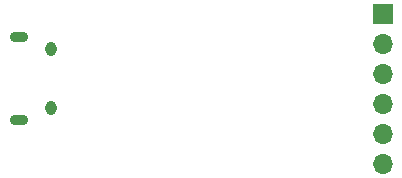
<source format=gbs>
G04 #@! TF.GenerationSoftware,KiCad,Pcbnew,(5.1.10)-1*
G04 #@! TF.CreationDate,2021-08-25T20:16:02-07:00*
G04 #@! TF.ProjectId,USB breakout,55534220-6272-4656-916b-6f75742e6b69,rev?*
G04 #@! TF.SameCoordinates,Original*
G04 #@! TF.FileFunction,Soldermask,Bot*
G04 #@! TF.FilePolarity,Negative*
%FSLAX46Y46*%
G04 Gerber Fmt 4.6, Leading zero omitted, Abs format (unit mm)*
G04 Created by KiCad (PCBNEW (5.1.10)-1) date 2021-08-25 20:16:02*
%MOMM*%
%LPD*%
G01*
G04 APERTURE LIST*
%ADD10R,1.700000X1.700000*%
%ADD11O,1.700000X1.700000*%
%ADD12O,0.950000X1.250000*%
%ADD13O,1.550000X0.890000*%
G04 APERTURE END LIST*
D10*
X132250000Y-85500000D03*
D11*
X132250000Y-88040000D03*
X132250000Y-90580000D03*
X132250000Y-93120000D03*
X132250000Y-95660000D03*
X132250000Y-98200000D03*
D12*
X104150000Y-88500000D03*
X104150000Y-93500000D03*
D13*
X101450000Y-87500000D03*
X101450000Y-94500000D03*
M02*

</source>
